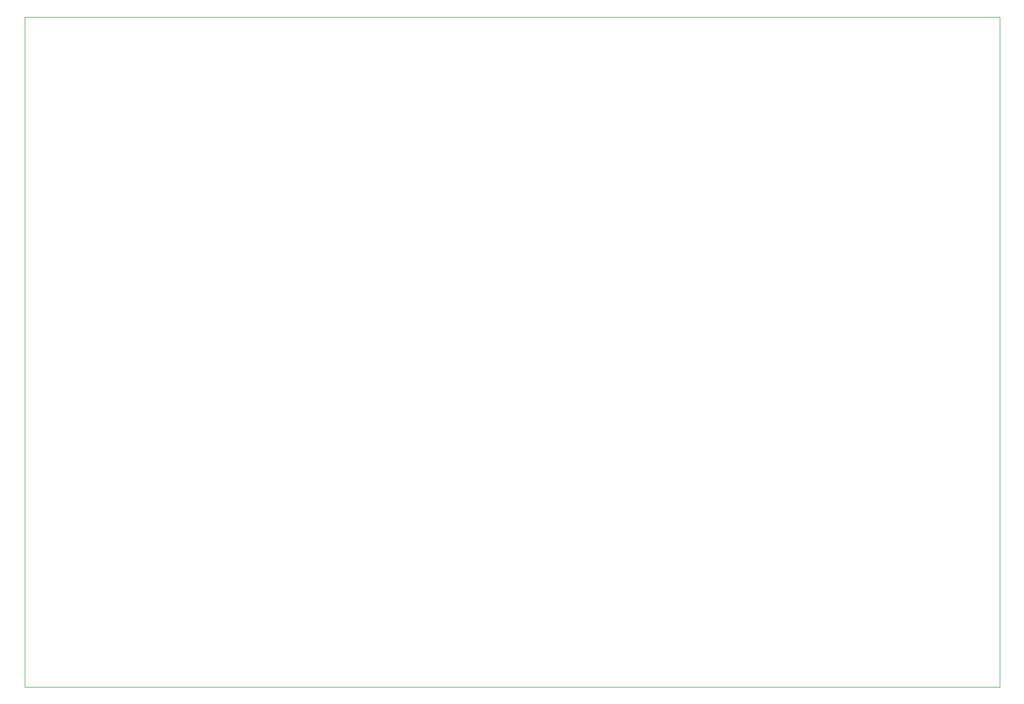
<source format=gbr>
G04 #@! TF.GenerationSoftware,KiCad,Pcbnew,(5.1.5)-3*
G04 #@! TF.CreationDate,2020-03-15T15:33:01+08:00*
G04 #@! TF.ProjectId,XS40,58533430-2e6b-4696-9361-645f70636258,rev?*
G04 #@! TF.SameCoordinates,Original*
G04 #@! TF.FileFunction,Profile,NP*
%FSLAX46Y46*%
G04 Gerber Fmt 4.6, Leading zero omitted, Abs format (unit mm)*
G04 Created by KiCad (PCBNEW (5.1.5)-3) date 2020-03-15 15:33:01*
%MOMM*%
%LPD*%
G04 APERTURE LIST*
%ADD10C,0.100000*%
G04 APERTURE END LIST*
D10*
X188000000Y-40000000D02*
X188000000Y-150000000D01*
X28000000Y-40000000D02*
X188000000Y-40000000D01*
X28000000Y-150000000D02*
X28000000Y-40000000D01*
X188000000Y-150000000D02*
X28000000Y-150000000D01*
M02*

</source>
